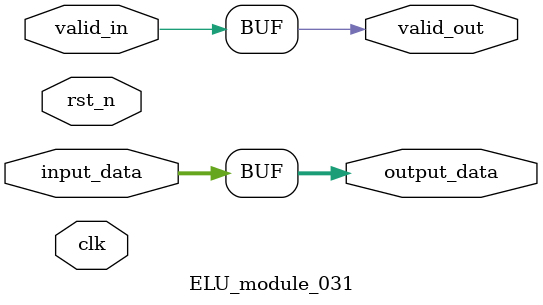
<source format=v>

module ELU_module_031 (
    input clk,
    input rst_n,
    input valid_in,
    output valid_out,
    // Add specific ports based on operator type
    input [31:0] input_data,
    output [31:0] output_data
);

    // Module implementation would go here
    // This is a template - actual implementation depends on the operator
    
        // Generic operator implementation
    assign output_data = input_data; // Placeholder
    assign valid_out = valid_in;

endmodule

</source>
